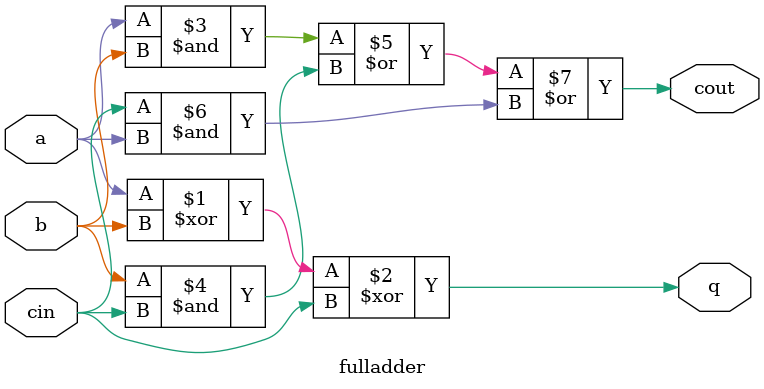
<source format=v>
module fulladder(a, b, cin, q, cout);

input a, b, cin;
output q, cout;

assign q = a ^ b ^ cin;
assign cout = (a & b) | (b & cin) | (cin & a);

endmodule

</source>
